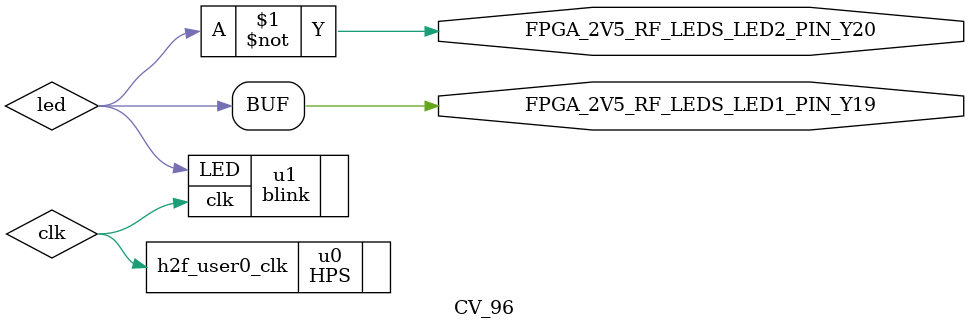
<source format=v>

module CV_96 (
	output FPGA_2V5_RF_LEDS_LED1_PIN_Y19,
	output FPGA_2V5_RF_LEDS_LED2_PIN_Y20
);

wire clk;
wire led;		


HPS   u0(
	.h2f_user0_clk( clk)  	//hps_0_h2f_user0_clock.clk
);
	

blink u1 (
	.clk  ( clk ), 
	.LED  ( led )
);
	   
assign FPGA_2V5_RF_LEDS_LED1_PIN_Y19 = led;
assign FPGA_2V5_RF_LEDS_LED2_PIN_Y20 = ~led;	
		   
endmodule




</source>
